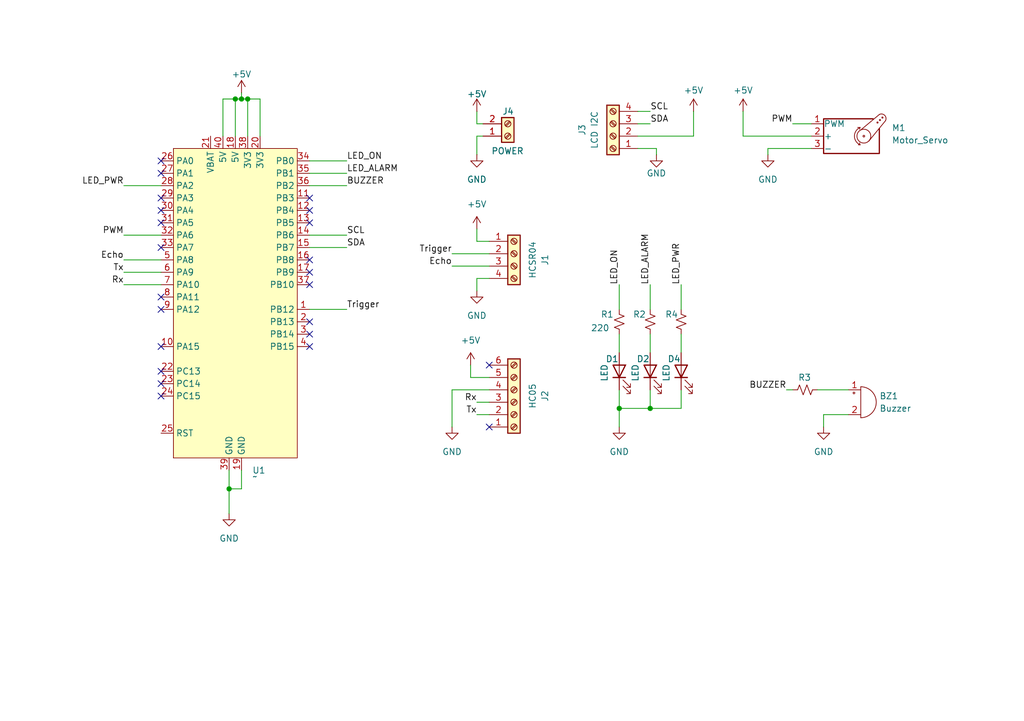
<source format=kicad_sch>
(kicad_sch (version 20231120) (generator "eeschema") (generator_version "8.0")
  (paper "A5")
  (title_block (title "Radar Ultrasonico") (date "2025-02-24") (rev "V1.0") (company "Decima Enrique Emanuel, Castro Oscar Martin, Ortiz Nicolas Agustin"))
  (lib_symbols
    (symbol "Connector:Screw_Terminal_01x02" (pin_names (offset 1.016) hide)
      (property "Reference" "J" (at 0 2.54 0))
      (property "Value" "Screw_Terminal_01x02" (at 0 -5.08 0))
      (symbol "Screw_Terminal_01x02_1_1"
        (rectangle (start -1.27 1.27) (end 1.27 -3.81) (stroke (width 0.254)) (fill (type background)))
        (circle (center 0 -2.54) (radius 0.635) (stroke (width 0.1524)))
        (polyline (pts (xy -0.5334 -2.2098) (xy 0.3302 -3.048)) (stroke (width 0.1524)))
        (polyline (pts (xy -0.5334 0.3302) (xy 0.3302 -0.508)) (stroke (width 0.1524)))
        (polyline (pts (xy -0.3556 -2.032) (xy 0.508 -2.8702)) (stroke (width 0.1524)))
        (polyline (pts (xy -0.3556 0.508) (xy 0.508 -0.3302)) (stroke (width 0.1524)))
        (circle (center 0 0) (radius 0.635) (stroke (width 0.1524)))
        (pin passive line (at -5.08 0 0) (length 3.81) (name "Pin_1") (number "1"))
        (pin passive line (at -5.08 -2.54 0) (length 3.81) (name "Pin_2") (number "2"))
      )
    )
    (symbol "Connector:Screw_Terminal_01x04" (pin_names (offset 1.016) hide)
      (property "Reference" "J" (at 0 5.08 0))
      (property "Value" "Screw_Terminal_01x04" (at 0 -7.62 0))
      (symbol "Screw_Terminal_01x04_1_1"
        (rectangle (start -1.27 3.81) (end 1.27 -6.35) (stroke (width 0.254)) (fill (type background)))
        (circle (center 0 -5.08) (radius 0.635) (stroke (width 0.1524)))
        (circle (center 0 -2.54) (radius 0.635) (stroke (width 0.1524)))
        (polyline (pts (xy -0.5334 -4.7498) (xy 0.3302 -5.588)) (stroke (width 0.1524)))
        (polyline (pts (xy -0.5334 -2.2098) (xy 0.3302 -3.048)) (stroke (width 0.1524)))
        (polyline (pts (xy -0.5334 0.3302) (xy 0.3302 -0.508)) (stroke (width 0.1524)))
        (polyline (pts (xy -0.5334 2.8702) (xy 0.3302 2.032)) (stroke (width 0.1524)))
        (polyline (pts (xy -0.3556 -4.572) (xy 0.508 -5.4102)) (stroke (width 0.1524)))
        (polyline (pts (xy -0.3556 -2.032) (xy 0.508 -2.8702)) (stroke (width 0.1524)))
        (polyline (pts (xy -0.3556 0.508) (xy 0.508 -0.3302)) (stroke (width 0.1524)))
        (polyline (pts (xy -0.3556 3.048) (xy 0.508 2.2098)) (stroke (width 0.1524)))
        (circle (center 0 0) (radius 0.635) (stroke (width 0.1524)))
        (circle (center 0 2.54) (radius 0.635) (stroke (width 0.1524)))
        (pin passive line (at -5.08 2.54 0) (length 3.81) (name "Pin_1") (number "1"))
        (pin passive line (at -5.08 0 0) (length 3.81) (name "Pin_2") (number "2"))
        (pin passive line (at -5.08 -2.54 0) (length 3.81) (name "Pin_3") (number "3"))
        (pin passive line (at -5.08 -5.08 0) (length 3.81) (name "Pin_4") (number "4"))
      )
    )
    (symbol "Connector:Screw_Terminal_01x06" (pin_names (offset 1.016) hide)
      (property "Reference" "J" (at 0 7.62 0))
      (property "Value" "Screw_Terminal_01x06" (at 0 -10.16 0))
      (symbol "Screw_Terminal_01x06_1_1"
        (rectangle (start -1.27 6.35) (end 1.27 -8.89) (stroke (width 0.254)) (fill (type background)))
        (circle (center 0 -7.62) (radius 0.635) (stroke (width 0.1524)))
        (circle (center 0 -5.08) (radius 0.635) (stroke (width 0.1524)))
        (circle (center 0 -2.54) (radius 0.635) (stroke (width 0.1524)))
        (polyline (pts (xy -0.5334 -7.2898) (xy 0.3302 -8.128)) (stroke (width 0.1524)))
        (polyline (pts (xy -0.5334 -4.7498) (xy 0.3302 -5.588)) (stroke (width 0.1524)))
        (polyline (pts (xy -0.5334 -2.2098) (xy 0.3302 -3.048)) (stroke (width 0.1524)))
        (polyline (pts (xy -0.5334 0.3302) (xy 0.3302 -0.508)) (stroke (width 0.1524)))
        (polyline (pts (xy -0.5334 2.8702) (xy 0.3302 2.032)) (stroke (width 0.1524)))
        (polyline (pts (xy -0.5334 5.4102) (xy 0.3302 4.572)) (stroke (width 0.1524)))
        (polyline (pts (xy -0.3556 -7.112) (xy 0.508 -7.9502)) (stroke (width 0.1524)))
        (polyline (pts (xy -0.3556 -4.572) (xy 0.508 -5.4102)) (stroke (width 0.1524)))
        (polyline (pts (xy -0.3556 -2.032) (xy 0.508 -2.8702)) (stroke (width 0.1524)))
        (polyline (pts (xy -0.3556 0.508) (xy 0.508 -0.3302)) (stroke (width 0.1524)))
        (polyline (pts (xy -0.3556 3.048) (xy 0.508 2.2098)) (stroke (width 0.1524)))
        (polyline (pts (xy -0.3556 5.588) (xy 0.508 4.7498)) (stroke (width 0.1524)))
        (circle (center 0 0) (radius 0.635) (stroke (width 0.1524)))
        (circle (center 0 2.54) (radius 0.635) (stroke (width 0.1524)))
        (circle (center 0 5.08) (radius 0.635) (stroke (width 0.1524)))
        (pin passive line (at -5.08 5.08 0) (length 3.81) (name "Pin_1") (number "1"))
        (pin passive line (at -5.08 2.54 0) (length 3.81) (name "Pin_2") (number "2"))
        (pin passive line (at -5.08 0 0) (length 3.81) (name "Pin_3") (number "3"))
        (pin passive line (at -5.08 -2.54 0) (length 3.81) (name "Pin_4") (number "4"))
        (pin passive line (at -5.08 -5.08 0) (length 3.81) (name "Pin_5") (number "5"))
        (pin passive line (at -5.08 -7.62 0) (length 3.81) (name "Pin_6") (number "6"))
      )
    )
    (symbol "Device:Buzzer" (pin_names (offset 0.0254) hide)
      (property "Reference" "BZ" (at 3.81 1.27 0))
      (property "Value" "Buzzer" (at 3.81 -1.27 0))
      (symbol "Buzzer_0_1"
        (arc (start 0 -3.175) (mid 3.1612 0) (end 0 3.175))
        (polyline (pts (xy -1.651 1.905) (xy -1.143 1.905)))
        (polyline (pts (xy -1.397 2.159) (xy -1.397 1.651)))
        (polyline (pts (xy 0 3.175) (xy 0 -3.175)))
      )
      (symbol "Buzzer_1_1"
        (pin passive line (at -2.54 2.54 0) (length 2.54) (name "+") (number "1"))
        (pin passive line (at -2.54 -2.54 0) (length 2.54) (name "-") (number "2"))
      )
    )
    (symbol "Device:LED" (pin_numbers hide) (pin_names (offset 1.016) hide)
      (property "Reference" "D" (at 0 2.54 0))
      (property "Value" "LED" (at 0 -2.54 0))
      (symbol "LED_0_1"
        (polyline (pts (xy -1.27 -1.27) (xy -1.27 1.27)) (stroke (width 0.254)))
        (polyline (pts (xy -1.27 0) (xy 1.27 0)))
        (polyline (pts (xy 1.27 -1.27) (xy 1.27 1.27) (xy -1.27 0) (xy 1.27 -1.27)) (stroke (width 0.254)))
        (polyline (pts (xy -3.048 -0.762) (xy -4.572 -2.286) (xy -3.81 -2.286) (xy -4.572 -2.286) (xy -4.572 -1.524)))
        (polyline (pts (xy -1.778 -0.762) (xy -3.302 -2.286) (xy -2.54 -2.286) (xy -3.302 -2.286) (xy -3.302 -1.524)))
      )
      (symbol "LED_1_1"
        (pin passive line (at -3.81 0 0) (length 2.54) (name "K") (number "1"))
        (pin passive line (at 3.81 0 180) (length 2.54) (name "A") (number "2"))
      )
    )
    (symbol "Device:R_Small_US" (pin_numbers hide) (pin_names (offset 0.254) hide)
      (property "Reference" "R" (at 0.762 0.508 0))
      (property "Value" "R_Small_US" (at 0.762 -1.016 0))
      (symbol "R_Small_US_1_1"
        (polyline (pts (xy 0 0) (xy 1.016 -0.381) (xy 0 -0.762) (xy -1.016 -1.143) (xy 0 -1.524)))
        (polyline (pts (xy 0 1.524) (xy 1.016 1.143) (xy 0 0.762) (xy -1.016 0.381) (xy 0 0)))
        (pin passive line (at 0 2.54 270) (length 1.016) (name "~") (number "1"))
        (pin passive line (at 0 -2.54 90) (length 1.016) (name "~") (number "2"))
      )
    )
    (symbol "Motor:Motor_Servo" (pin_names (offset 0.0254))
      (property "Reference" "M" (at -5.08 4.445 0))
      (property "Value" "Motor_Servo" (at -5.08 -4.064 0))
      (symbol "Motor_Servo_0_1"
        (polyline (pts (xy 2.413 -1.778) (xy 2.032 -1.778)))
        (polyline (pts (xy 2.413 -1.778) (xy 2.286 -1.397)))
        (polyline (pts (xy 2.413 1.778) (xy 1.905 1.778)))
        (polyline (pts (xy 2.413 1.778) (xy 2.286 1.397)))
        (polyline (pts (xy 6.35 4.445) (xy 2.54 1.27)))
        (polyline (pts (xy 7.62 3.175) (xy 4.191 -1.016)))
        (polyline (pts (xy 5.08 3.556) (xy -5.08 3.556) (xy -5.08 -3.556) (xy 6.35 -3.556) (xy 6.35 1.524)) (stroke (width 0.254)))
        (arc (start 2.413 1.778) (mid 1.2406 0) (end 2.413 -1.778))
        (circle (center 3.175 0) (radius 0.1778))
        (circle (center 3.175 0) (radius 1.4224))
        (circle (center 5.969 2.794) (radius 0.127))
        (circle (center 6.477 3.302) (radius 0.127))
        (circle (center 6.985 3.81) (radius 0.127))
        (arc (start 7.62 3.175) (mid 7.4485 4.2735) (end 6.35 4.445))
      )
      (symbol "Motor_Servo_1_1"
        (pin passive line (at -7.62 2.54 0) (length 2.54) (name "PWM") (number "1"))
        (pin passive line (at -7.62 0 0) (length 2.54) (name "+") (number "2"))
        (pin passive line (at -7.62 -2.54 0) (length 2.54) (name "-") (number "3"))
      )
    )
    (symbol "STM32BlackPill:STM32BlackPill"
      (property "Reference" "U" (at 0 0 0))
      (symbol "STM32BlackPill_1_1"
        (rectangle (start -12.7 25.4) (end 12.7 -38.1) (fill (type background)))
        (pin bidirectional line (at 15.24 -7.62 180) (length 2.54) (name "PB12") (number "1"))
        (pin bidirectional line (at -15.24 -15.24 0) (length 2.54) (name "PA15") (number "10"))
        (pin bidirectional line (at 15.24 15.24 180) (length 2.54) (name "PB3") (number "11"))
        (pin bidirectional line (at 15.24 12.7 180) (length 2.54) (name "PB4") (number "12"))
        (pin bidirectional line (at 15.24 10.16 180) (length 2.54) (name "PB5") (number "13"))
        (pin bidirectional line (at 15.24 7.62 180) (length 2.54) (name "PB6") (number "14"))
        (pin bidirectional line (at 15.24 5.08 180) (length 2.54) (name "PB7") (number "15"))
        (pin bidirectional line (at 15.24 2.54 180) (length 2.54) (name "PB8") (number "16"))
        (pin bidirectional line (at 15.24 0 180) (length 2.54) (name "PB9") (number "17"))
        (pin power_in line (at 0 27.94 270) (length 2.54) (name "5V") (number "18"))
        (pin power_out line (at 1.27 -40.64 90) (length 2.54) (name "GND") (number "19"))
        (pin bidirectional line (at 15.24 -10.16 180) (length 2.54) (name "PB13") (number "2"))
        (pin power_in line (at 5.08 27.94 270) (length 2.54) (name "3V3") (number "20"))
        (pin power_in line (at -5.08 27.94 270) (length 2.54) (name "VBAT") (number "21"))
        (pin bidirectional line (at -15.24 -20.32 0) (length 2.54) (name "PC13") (number "22"))
        (pin bidirectional line (at -15.24 -22.86 0) (length 2.54) (name "PC14") (number "23"))
        (pin bidirectional line (at -15.24 -25.4 0) (length 2.54) (name "PC15") (number "24"))
        (pin input line (at -15.24 -33.02 0) (length 2.54) (name "RST") (number "25"))
        (pin bidirectional line (at -15.24 22.86 0) (length 2.54) (name "PA0") (number "26"))
        (pin bidirectional line (at -15.24 20.32 0) (length 2.54) (name "PA1") (number "27"))
        (pin bidirectional line (at -15.24 17.78 0) (length 2.54) (name "PA2") (number "28"))
        (pin bidirectional line (at -15.24 15.24 0) (length 2.54) (name "PA3") (number "29"))
        (pin bidirectional line (at 15.24 -12.7 180) (length 2.54) (name "PB14") (number "3"))
        (pin bidirectional line (at -15.24 12.7 0) (length 2.54) (name "PA4") (number "30"))
        (pin bidirectional line (at -15.24 10.16 0) (length 2.54) (name "PA5") (number "31"))
        (pin bidirectional line (at -15.24 7.62 0) (length 2.54) (name "PA6") (number "32"))
        (pin bidirectional line (at -15.24 5.08 0) (length 2.54) (name "PA7") (number "33"))
        (pin bidirectional line (at 15.24 22.86 180) (length 2.54) (name "PB0") (number "34"))
        (pin bidirectional line (at 15.24 20.32 180) (length 2.54) (name "PB1") (number "35"))
        (pin bidirectional line (at 15.24 17.78 180) (length 2.54) (name "PB2") (number "36"))
        (pin bidirectional line (at 15.24 -2.54 180) (length 2.54) (name "PB10") (number "37"))
        (pin power_in line (at 2.54 27.94 270) (length 2.54) (name "3V3") (number "38"))
        (pin power_out line (at -1.27 -40.64 90) (length 2.54) (name "GND") (number "39"))
        (pin bidirectional line (at 15.24 -15.24 180) (length 2.54) (name "PB15") (number "4"))
        (pin power_in line (at -2.54 27.94 270) (length 2.54) (name "5V") (number "40"))
        (pin bidirectional line (at -15.24 2.54 0) (length 2.54) (name "PA8") (number "5"))
        (pin bidirectional line (at -15.24 0 0) (length 2.54) (name "PA9") (number "6"))
        (pin bidirectional line (at -15.24 -2.54 0) (length 2.54) (name "PA10") (number "7"))
        (pin bidirectional line (at -15.24 -5.08 0) (length 2.54) (name "PA11") (number "8"))
        (pin bidirectional line (at -15.24 -7.62 0) (length 2.54) (name "PA12") (number "9"))
      )
    )
    (symbol "power:+5V" (power) (pin_numbers hide) (pin_names (offset 0) hide)
      (property "Value" "+5V" (at 0 3.556 0))
      (symbol "+5V_0_1"
        (polyline (pts (xy -0.762 1.27) (xy 0 2.54)))
        (polyline (pts (xy 0 0) (xy 0 2.54)))
        (polyline (pts (xy 0 2.54) (xy 0.762 1.27)))
      )
      (symbol "+5V_1_1"
        (pin power_in line (at 0 0 90) (length 0) (name "~") (number "1"))
      )
    )
    (symbol "power:GND" (power) (pin_numbers hide) (pin_names (offset 0) hide)
      (property "Value" "GND" (at 0 -3.81 0))
      (symbol "GND_0_1"
        (polyline (pts (xy 0 0) (xy 0 -1.27) (xy 1.27 -1.27) (xy 0 -2.54) (xy -1.27 -1.27) (xy 0 -1.27)))
      )
      (symbol "GND_1_1"
        (pin power_in line (at 0 0 270) (length 0) (name "~") (number "1"))
      )
    )
  )
  (junction (at 49.53 20.32))
  (junction (at 46.99 100.33))
  (junction (at 48.26 20.32))
  (junction (at 127 83.82))
  (junction (at 50.8 20.32))
  (junction (at 133.35 83.82))
  (no_connect (at 33.02 33.02))
  (no_connect (at 63.5 68.58))
  (no_connect (at 33.02 45.72))
  (no_connect (at 63.5 53.34))
  (no_connect (at 100.33 87.63))
  (no_connect (at 63.5 55.88))
  (no_connect (at 63.5 45.72))
  (no_connect (at 63.5 71.12))
  (no_connect (at 63.5 58.42))
  (no_connect (at 33.02 78.74))
  (no_connect (at 33.02 71.12))
  (no_connect (at 33.02 40.64))
  (no_connect (at 33.02 35.56))
  (no_connect (at 33.02 81.28))
  (no_connect (at 33.02 76.2))
  (no_connect (at 63.5 66.04))
  (no_connect (at 100.33 74.93))
  (no_connect (at 33.02 60.96))
  (no_connect (at 63.5 40.64))
  (no_connect (at 33.02 63.5))
  (no_connect (at 33.02 50.8))
  (no_connect (at 33.02 43.18))
  (no_connect (at 63.5 43.18))
  (wire (pts (xy 139.7 58.42) (xy 139.7 63.5)))
  (wire (pts (xy 48.26 20.32) (xy 49.53 20.32)))
  (wire (pts (xy 63.5 50.8) (xy 71.12 50.8)))
  (wire (pts (xy 97.79 25.4) (xy 97.79 22.86)))
  (wire (pts (xy 168.91 85.09) (xy 168.91 87.63)))
  (wire (pts (xy 53.34 20.32) (xy 50.8 20.32)))
  (wire (pts (xy 162.56 25.4) (xy 166.37 25.4)))
  (wire (pts (xy 97.79 59.69) (xy 97.79 57.15)))
  (wire (pts (xy 97.79 46.99) (xy 97.79 49.53)))
  (wire (pts (xy 127 58.42) (xy 127 63.5)))
  (wire (pts (xy 161.29 80.01) (xy 162.56 80.01)))
  (wire (pts (xy 142.24 27.94) (xy 130.81 27.94)))
  (wire (pts (xy 92.71 87.63) (xy 92.71 80.01)))
  (wire (pts (xy 50.8 20.32) (xy 49.53 20.32)))
  (wire (pts (xy 134.62 30.48) (xy 130.81 30.48)))
  (wire (pts (xy 167.64 80.01) (xy 173.99 80.01)))
  (wire (pts (xy 50.8 27.94) (xy 50.8 20.32)))
  (wire (pts (xy 97.79 82.55) (xy 100.33 82.55)))
  (wire (pts (xy 25.4 48.26) (xy 33.02 48.26)))
  (wire (pts (xy 142.24 22.86) (xy 142.24 27.94)))
  (wire (pts (xy 100.33 77.47) (xy 96.52 77.47)))
  (wire (pts (xy 63.5 33.02) (xy 71.12 33.02)))
  (wire (pts (xy 92.71 54.61) (xy 100.33 54.61)))
  (wire (pts (xy 63.5 48.26) (xy 71.12 48.26)))
  (wire (pts (xy 46.99 96.52) (xy 46.99 100.33)))
  (wire (pts (xy 63.5 35.56) (xy 71.12 35.56)))
  (wire (pts (xy 99.06 25.4) (xy 97.79 25.4)))
  (wire (pts (xy 127 68.58) (xy 127 72.39)))
  (wire (pts (xy 173.99 85.09) (xy 168.91 85.09)))
  (wire (pts (xy 49.53 96.52) (xy 49.53 100.33)))
  (wire (pts (xy 25.4 58.42) (xy 33.02 58.42)))
  (wire (pts (xy 25.4 55.88) (xy 33.02 55.88)))
  (wire (pts (xy 133.35 83.82) (xy 139.7 83.82)))
  (wire (pts (xy 92.71 52.07) (xy 100.33 52.07)))
  (wire (pts (xy 127 83.82) (xy 127 87.63)))
  (wire (pts (xy 133.35 68.58) (xy 133.35 72.39)))
  (wire (pts (xy 139.7 68.58) (xy 139.7 72.39)))
  (wire (pts (xy 46.99 100.33) (xy 46.99 105.41)))
  (wire (pts (xy 49.53 20.32) (xy 49.53 19.05)))
  (wire (pts (xy 97.79 57.15) (xy 100.33 57.15)))
  (wire (pts (xy 157.48 30.48) (xy 157.48 31.75)))
  (wire (pts (xy 133.35 83.82) (xy 127 83.82)))
  (wire (pts (xy 130.81 25.4) (xy 133.35 25.4)))
  (wire (pts (xy 92.71 80.01) (xy 100.33 80.01)))
  (wire (pts (xy 133.35 80.01) (xy 133.35 83.82)))
  (wire (pts (xy 127 80.01) (xy 127 83.82)))
  (wire (pts (xy 97.79 49.53) (xy 100.33 49.53)))
  (wire (pts (xy 97.79 31.75) (xy 97.79 27.94)))
  (wire (pts (xy 139.7 80.01) (xy 139.7 83.82)))
  (wire (pts (xy 97.79 85.09) (xy 100.33 85.09)))
  (wire (pts (xy 48.26 20.32) (xy 48.26 27.94)))
  (wire (pts (xy 25.4 53.34) (xy 33.02 53.34)))
  (wire (pts (xy 96.52 77.47) (xy 96.52 74.93)))
  (wire (pts (xy 63.5 38.1) (xy 71.12 38.1)))
  (wire (pts (xy 152.4 27.94) (xy 166.37 27.94)))
  (wire (pts (xy 152.4 22.86) (xy 152.4 27.94)))
  (wire (pts (xy 134.62 30.48) (xy 134.62 31.75)))
  (wire (pts (xy 166.37 30.48) (xy 157.48 30.48)))
  (wire (pts (xy 97.79 27.94) (xy 99.06 27.94)))
  (wire (pts (xy 133.35 58.42) (xy 133.35 63.5)))
  (wire (pts (xy 49.53 100.33) (xy 46.99 100.33)))
  (wire (pts (xy 53.34 27.94) (xy 53.34 20.32)))
  (wire (pts (xy 45.72 27.94) (xy 45.72 20.32)))
  (wire (pts (xy 45.72 20.32) (xy 48.26 20.32)))
  (wire (pts (xy 25.4 38.1) (xy 33.02 38.1)))
  (wire (pts (xy 63.5 63.5) (xy 71.12 63.5)))
  (wire (pts (xy 130.81 22.86) (xy 133.35 22.86)))
  (label "LED_ON" (at 127 58.42 90))
  (label "SDA" (at 71.12 50.8 0))
  (label "Trigger" (at 71.12 63.5 0))
  (label "LED_ALARM" (at 133.35 58.42 90))
  (label "BUZZER" (at 71.12 38.1 0))
  (label "SDA" (at 133.35 25.4 0))
  (label "LED_PWR" (at 139.7 58.42 90))
  (label "Trigger" (at 92.71 52.07 180))
  (label "SCL" (at 71.12 48.26 0))
  (label "PWM" (at 25.4 48.26 180))
  (label "SCL" (at 133.35 22.86 0))
  (label "Rx" (at 25.4 58.42 180))
  (label "Tx" (at 97.79 85.09 180))
  (label "LED_ON" (at 71.12 33.02 0))
  (label "Echo" (at 92.71 54.61 180))
  (label "LED_ALARM" (at 71.12 35.56 0))
  (label "LED_PWR" (at 25.4 38.1 180))
  (label "Rx" (at 97.79 82.55 180))
  (label "PWM" (at 162.56 25.4 180))
  (label "Tx" (at 25.4 55.88 180))
  (label "Echo" (at 25.4 53.34 180))
  (label "BUZZER" (at 161.29 80.01 180))
  (symbol (lib_id "Connector:Screw_Terminal_01x02") (at 104.14 27.94 0) (mirror x) (unit 1)
    (property "Reference" "J4" (at 105.4101 22.86 0) (effects (justify right)))
    (property "Value" "POWER" (at 107.442 30.988 0) (effects (justify right)))
    (property "Footprint" "TerminalBlock_Phoenix:TerminalBlock_Phoenix_MKDS-1,5-2-5.08_1x02_P5.08mm_Horizontal" (effects (hide yes)))
    (property "Description" "Generic screw terminal, single row, 01x02, script generated (kicad-library-utils/schlib/autogen/connector/)" (effects (hide yes)))
  )
  (symbol (lib_id "Device:LED") (at 139.7 76.2 90) (unit 1)
    (property "Reference" "D4" (at 136.906 73.66 90) (effects (justify right)))
    (property "Value" "LED" (at 136.652 74.676 0) (effects (justify right)))
    (property "Footprint" "LED_THT:LED_D5.0mm" (effects (hide yes)))
    (property "Description" "Light emitting diode" (effects (hide yes)))
  )
  (symbol (lib_id "power:GND") (at 97.79 59.69 0) (unit 1)
    (property "Reference" "#PWR06" (effects (hide yes)))
    (property "Value" "GND" (at 97.79 64.77 0))
    (property "Description" "Power symbol creates a global label with name \"GND\" , ground" (effects (hide yes)))
  )
  (symbol (lib_id "Device:R_Small_US") (at 165.1 80.01 270) (unit 1)
    (property "Reference" "R3" (at 166.37 77.47 90) (effects (justify right)))
    (property "Value" "220" (effects (hide yes)))
    (property "Footprint" "Resistor_THT:R_Axial_DIN0204_L3.6mm_D1.6mm_P7.62mm_Horizontal" (effects (hide yes)))
    (property "Description" "Resistor, small US symbol" (effects (hide yes)))
  )
  (symbol (lib_id "power:GND") (at 134.62 31.75 0) (unit 1)
    (property "Reference" "#PWR010" (effects (hide yes)))
    (property "Value" "GND" (at 134.62 35.56 0))
    (property "Description" "Power symbol creates a global label with name \"GND\" , ground" (effects (hide yes)))
  )
  (symbol (lib_id "power:+5V") (at 49.53 19.05 0) (unit 1)
    (property "Reference" "#PWR02" (effects (hide yes)))
    (property "Value" "+5V" (at 49.53 15.24 0))
    (property "Description" "Power symbol creates a global label with name \"+5V\"" (effects (hide yes)))
  )
  (symbol (lib_id "Connector:Screw_Terminal_01x06") (at 105.41 82.55 0) (mirror x) (unit 1)
    (property "Reference" "J2" (at 111.76 81.28 90))
    (property "Value" "HC05" (at 109.22 81.28 90))
    (property "Footprint" "Connector_PinSocket_2.54mm:PinSocket_1x06_P2.54mm_Vertical" (effects (hide yes)))
    (property "Description" "Generic screw terminal, single row, 01x06, script generated (kicad-library-utils/schlib/autogen/connector/)" (effects (hide yes)))
  )
  (symbol (lib_id "Device:LED") (at 127 76.2 90) (unit 1)
    (property "Reference" "D1" (at 124.206 73.66 90) (effects (justify right)))
    (property "Value" "LED" (at 123.952 74.676 0) (effects (justify right)))
    (property "Footprint" "LED_THT:LED_D5.0mm" (effects (hide yes)))
    (property "Description" "Light emitting diode" (effects (hide yes)))
  )
  (symbol (lib_id "STM32BlackPill:STM32BlackPill") (at 48.26 55.88 0) (unit 1)
    (property "Reference" "U1" (at 51.7241 96.52 0) (effects (justify left)))
    (property "Value" "~" (at 51.7241 97.79 0) (effects (justify left)))
    (property "Footprint" "STM32:STM32BlackPill" (effects (hide yes)))
    (property "Description" "STM32BlackPill" (effects (hide yes)))
  )
  (symbol (lib_id "power:GND") (at 168.91 87.63 0) (unit 1)
    (property "Reference" "#PWR014" (effects (hide yes)))
    (property "Value" "GND" (at 168.91 92.71 0))
    (property "Description" "Power symbol creates a global label with name \"GND\" , ground" (effects (hide yes)))
  )
  (symbol (lib_id "power:GND") (at 97.79 31.75 0) (unit 1)
    (property "Reference" "#PWR013" (effects (hide yes)))
    (property "Value" "GND" (at 97.79 36.83 0))
    (property "Description" "Power symbol creates a global label with name \"GND\" , ground" (effects (hide yes)))
  )
  (symbol (lib_id "power:+5V") (at 96.52 74.93 0) (mirror y) (unit 1)
    (property "Reference" "#PWR08" (effects (hide yes)))
    (property "Value" "+5V" (at 96.52 69.85 0))
    (property "Description" "Power symbol creates a global label with name \"+5V\"" (effects (hide yes)))
  )
  (symbol (lib_id "power:GND") (at 157.48 31.75 0) (unit 1)
    (property "Reference" "#PWR04" (effects (hide yes)))
    (property "Value" "GND" (at 157.48 36.83 0))
    (property "Description" "Power symbol creates a global label with name \"GND\" , ground" (effects (hide yes)))
  )
  (symbol (lib_id "Device:R_Small_US") (at 133.35 66.04 180) (unit 1)
    (property "Reference" "R2" (at 129.794 64.516 0) (effects (justify right)))
    (property "Value" "220" (effects (hide yes)))
    (property "Footprint" "Resistor_THT:R_Axial_DIN0204_L3.6mm_D1.6mm_P7.62mm_Horizontal" (effects (hide yes)))
    (property "Description" "Resistor, small US symbol" (effects (hide yes)))
  )
  (symbol (lib_id "Device:R_Small_US") (at 127 66.04 180) (unit 1)
    (property "Reference" "R1" (at 123.19 64.516 0) (effects (justify right)))
    (property "Value" "220" (at 121.158 67.31 0) (effects (justify right)))
    (property "Footprint" "Resistor_THT:R_Axial_DIN0204_L3.6mm_D1.6mm_P7.62mm_Horizontal" (effects (hide yes)))
    (property "Description" "Resistor, small US symbol" (effects (hide yes)))
  )
  (symbol (lib_id "power:+5V") (at 142.24 22.86 0) (unit 1)
    (property "Reference" "#PWR09" (effects (hide yes)))
    (property "Value" "+5V" (at 142.24 18.542 0))
    (property "Description" "Power symbol creates a global label with name \"+5V\"" (effects (hide yes)))
  )
  (symbol (lib_id "power:+5V") (at 152.4 22.86 0) (unit 1)
    (property "Reference" "#PWR03" (effects (hide yes)))
    (property "Value" "+5V" (at 152.4 18.542 0))
    (property "Description" "Power symbol creates a global label with name \"+5V\"" (effects (hide yes)))
  )
  (symbol (lib_id "Connector:Screw_Terminal_01x04") (at 105.41 52.07 0) (unit 1)
    (property "Reference" "J1" (at 111.76 53.34 90))
    (property "Value" "HCSR04" (at 109.22 53.34 90))
    (property "Footprint" "Connector_PinHeader_2.54mm:PinHeader_1x04_P2.54mm_Vertical" (effects (hide yes)))
    (property "Description" "Generic screw terminal, single row, 01x04, script generated (kicad-library-utils/schlib/autogen/connector/)" (effects (hide yes)))
  )
  (symbol (lib_id "Device:Buzzer") (at 176.53 82.55 0) (unit 1)
    (property "Reference" "BZ1" (at 180.34 81.2799 0) (effects (justify left)))
    (property "Value" "Buzzer" (at 180.34 83.8199 0) (effects (justify left)))
    (property "Footprint" "Buzzer_Beeper:Buzzer_12x9.5RM7.6" (effects (hide yes)))
    (property "Description" "Buzzer, polarized" (effects (hide yes)))
  )
  (symbol (lib_id "power:GND") (at 92.71 87.63 0) (mirror y) (unit 1)
    (property "Reference" "#PWR07" (effects (hide yes)))
    (property "Value" "GND" (at 92.71 92.71 0))
    (property "Description" "Power symbol creates a global label with name \"GND\" , ground" (effects (hide yes)))
  )
  (symbol (lib_id "Motor:Motor_Servo") (at 173.99 27.94 0) (unit 1)
    (property "Reference" "M1" (at 182.88 26.2365 0) (effects (justify left)))
    (property "Value" "Motor_Servo" (at 182.88 28.7765 0) (effects (justify left)))
    (property "Footprint" "Connector_PinHeader_2.54mm:PinHeader_1x03_P2.54mm_Vertical" (effects (hide yes)))
    (property "Datasheet" "http://forums.parallax.com/uploads/attachments/46831/74481.png" (effects (hide yes)))
    (property "Description" "Servo Motor (Futaba, HiTec, JR connector)" (effects (hide yes)))
  )
  (symbol (lib_id "power:+5V") (at 97.79 46.99 0) (unit 1)
    (property "Reference" "#PWR05" (effects (hide yes)))
    (property "Value" "+5V" (at 97.79 41.91 0))
    (property "Description" "Power symbol creates a global label with name \"+5V\"" (effects (hide yes)))
  )
  (symbol (lib_id "Device:R_Small_US") (at 139.7 66.04 180) (unit 1)
    (property "Reference" "R4" (at 136.398 64.516 0) (effects (justify right)))
    (property "Value" "220" (effects (hide yes)))
    (property "Footprint" "Resistor_THT:R_Axial_DIN0204_L3.6mm_D1.6mm_P7.62mm_Horizontal" (effects (hide yes)))
    (property "Description" "Resistor, small US symbol" (effects (hide yes)))
  )
  (symbol (lib_id "power:+5V") (at 97.79 22.86 0) (mirror y) (unit 1)
    (property "Reference" "#PWR012" (effects (hide yes)))
    (property "Value" "+5V" (at 97.79 19.304 0))
    (property "Description" "Power symbol creates a global label with name \"+5V\"" (effects (hide yes)))
  )
  (symbol (lib_id "Connector:Screw_Terminal_01x04") (at 125.73 27.94 180) (unit 1)
    (property "Reference" "J3" (at 119.38 26.67 90))
    (property "Value" "LCD I2C" (at 121.92 26.67 90))
    (property "Footprint" "Connector_PinSocket_2.54mm:PinSocket_1x04_P2.54mm_Vertical" (effects (hide yes)))
    (property "Description" "Generic screw terminal, single row, 01x04, script generated (kicad-library-utils/schlib/autogen/connector/)" (effects (hide yes)))
  )
  (symbol (lib_id "power:GND") (at 46.99 105.41 0) (unit 1)
    (property "Reference" "#PWR01" (effects (hide yes)))
    (property "Value" "GND" (at 46.99 110.49 0))
    (property "Description" "Power symbol creates a global label with name \"GND\" , ground" (effects (hide yes)))
  )
  (symbol (lib_id "Device:LED") (at 133.35 76.2 90) (unit 1)
    (property "Reference" "D2" (at 130.556 73.66 90) (effects (justify right)))
    (property "Value" "LED" (at 130.302 74.676 0) (effects (justify right)))
    (property "Footprint" "LED_THT:LED_D5.0mm" (effects (hide yes)))
    (property "Description" "Light emitting diode" (effects (hide yes)))
  )
  (symbol (lib_id "power:GND") (at 127 87.63 0) (unit 1)
    (property "Reference" "#PWR011" (effects (hide yes)))
    (property "Value" "GND" (at 127 92.71 0))
    (property "Description" "Power symbol creates a global label with name \"GND\" , ground" (effects (hide yes)))
  )
)
</source>
